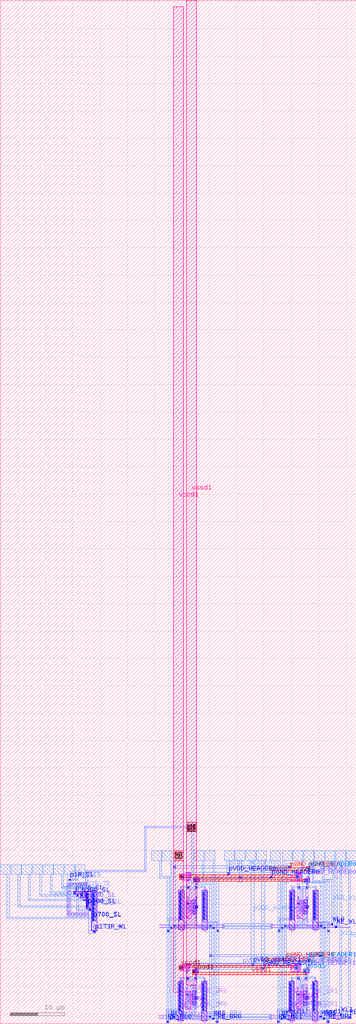
<source format=lef>
VERSION 5.7 ;
  NOWIREEXTENSIONATPIN ON ;
  DIVIDERCHAR "/" ;
  BUSBITCHARS "[]" ;
MACRO rram_test
  CLASS BLOCK ;
  FOREIGN rram_test ;
  ORIGIN 18.240 21.705 ;
  SIZE 65.120 BY 186.955 ;
  PIN p1T1R_WL
    ANTENNAGATEAREA 1.704000 ;
    PORT
      LAYER li1 ;
        RECT -4.520 1.505 -3.960 1.790 ;
        RECT -3.305 0.740 -2.745 1.025 ;
        RECT -2.255 -1.095 -1.695 -0.810 ;
        RECT -1.205 -5.105 -0.850 -4.820 ;
      LAYER mcon ;
        RECT -4.185 1.555 -4.015 1.725 ;
        RECT -2.970 0.790 -2.800 0.960 ;
        RECT -1.920 -1.045 -1.750 -0.875 ;
        RECT -1.115 -5.025 -0.945 -4.855 ;
      LAYER met1 ;
        RECT -4.320 1.025 -3.885 1.790 ;
        RECT -4.320 0.740 -2.670 1.025 ;
        RECT -4.320 -0.810 -3.885 0.740 ;
        RECT -4.320 -1.055 -1.620 -0.810 ;
        RECT -2.055 -4.655 -1.620 -1.055 ;
        RECT -2.055 -5.225 -0.695 -4.655 ;
      LAYER via ;
        RECT -4.235 1.530 -3.975 1.790 ;
        RECT -3.020 0.765 -2.760 1.025 ;
        RECT -1.970 -1.070 -1.710 -0.810 ;
        RECT -1.165 -5.065 -0.905 -4.805 ;
      LAYER met2 ;
        RECT -12.375 5.570 -10.560 7.350 ;
        RECT -11.010 1.790 -10.705 5.570 ;
        RECT -11.010 1.530 -3.885 1.790 ;
        RECT -3.105 0.765 -2.670 1.025 ;
        RECT -2.055 -1.070 -1.620 -0.810 ;
        RECT -1.350 -5.230 -0.690 -4.655 ;
    END
  END p1T1R_WL
  PIN p036_SL
    ANTENNADIFFAREA 0.108000 ;
    PORT
      LAYER li1 ;
        RECT -4.690 2.020 -4.520 2.350 ;
      LAYER mcon ;
        RECT -4.690 2.100 -4.520 2.270 ;
      LAYER met1 ;
        RECT -4.735 2.035 -4.415 2.355 ;
      LAYER via ;
        RECT -4.705 2.065 -4.445 2.325 ;
      LAYER met2 ;
        RECT -10.420 5.570 -8.605 7.350 ;
        RECT -9.110 2.355 -8.810 5.570 ;
        RECT -9.110 2.035 -4.415 2.355 ;
    END
  END p036_SL
  PIN p700_SL
    ANTENNADIFFAREA 2.100000 ;
    PORT
      LAYER li1 ;
        RECT -1.385 -3.000 -1.215 2.350 ;
      LAYER mcon ;
        RECT -1.385 1.965 -1.215 2.135 ;
        RECT -1.385 1.605 -1.215 1.775 ;
        RECT -1.385 1.245 -1.215 1.415 ;
        RECT -1.385 0.885 -1.215 1.055 ;
        RECT -1.385 0.525 -1.215 0.695 ;
        RECT -1.385 0.165 -1.215 0.335 ;
        RECT -1.385 -0.195 -1.215 -0.025 ;
        RECT -1.385 -0.555 -1.215 -0.385 ;
        RECT -1.385 -0.915 -1.215 -0.745 ;
        RECT -1.385 -1.275 -1.215 -1.105 ;
        RECT -1.385 -1.635 -1.215 -1.465 ;
        RECT -1.385 -1.995 -1.215 -1.825 ;
        RECT -1.385 -2.355 -1.215 -2.185 ;
        RECT -1.385 -2.715 -1.215 -2.545 ;
      LAYER met1 ;
        RECT -1.430 -3.000 -1.110 2.355 ;
      LAYER via ;
        RECT -1.400 1.890 -1.140 2.150 ;
        RECT -1.400 1.570 -1.140 1.830 ;
        RECT -1.400 1.250 -1.140 1.510 ;
        RECT -1.400 0.930 -1.140 1.190 ;
        RECT -1.400 0.610 -1.140 0.870 ;
        RECT -1.400 0.290 -1.140 0.550 ;
        RECT -1.400 -0.030 -1.140 0.230 ;
        RECT -1.400 -0.350 -1.140 -0.090 ;
        RECT -1.400 -0.670 -1.140 -0.410 ;
        RECT -1.400 -0.990 -1.140 -0.730 ;
        RECT -1.400 -1.310 -1.140 -1.050 ;
        RECT -1.400 -1.630 -1.140 -1.370 ;
        RECT -1.400 -1.950 -1.140 -1.690 ;
        RECT -1.400 -2.270 -1.140 -2.010 ;
        RECT -1.400 -2.590 -1.140 -2.330 ;
        RECT -1.400 -2.910 -1.140 -2.650 ;
      LAYER met2 ;
        RECT -18.240 5.570 -16.425 7.350 ;
        RECT -17.045 -2.310 -16.570 5.570 ;
        RECT -1.430 -2.310 -1.110 2.355 ;
        RECT -17.045 -2.600 -1.110 -2.310 ;
        RECT -1.430 -2.995 -1.110 -2.600 ;
    END
  END p700_SL
  PIN p300_SL
    ANTENNADIFFAREA 0.900000 ;
    PORT
      LAYER li1 ;
        RECT -2.420 -0.635 -2.250 2.350 ;
      LAYER mcon ;
        RECT -2.420 1.800 -2.250 1.970 ;
        RECT -2.420 1.440 -2.250 1.610 ;
        RECT -2.420 1.080 -2.250 1.250 ;
        RECT -2.420 0.720 -2.250 0.890 ;
        RECT -2.420 0.360 -2.250 0.530 ;
        RECT -2.420 0.000 -2.250 0.170 ;
        RECT -2.420 -0.360 -2.250 -0.190 ;
      LAYER met1 ;
        RECT -2.465 -0.635 -2.145 2.355 ;
      LAYER via ;
        RECT -2.435 1.810 -2.175 2.070 ;
        RECT -2.435 1.490 -2.175 1.750 ;
        RECT -2.435 1.170 -2.175 1.430 ;
        RECT -2.435 0.850 -2.175 1.110 ;
        RECT -2.435 0.530 -2.175 0.790 ;
        RECT -2.435 0.210 -2.175 0.470 ;
        RECT -2.435 -0.110 -2.175 0.150 ;
        RECT -2.435 -0.430 -2.175 -0.170 ;
      LAYER met2 ;
        RECT -16.285 5.570 -14.470 7.350 ;
        RECT -15.090 -0.175 -14.615 5.570 ;
        RECT -2.465 -0.175 -2.145 2.355 ;
        RECT -15.090 -0.435 -2.145 -0.175 ;
        RECT -2.465 -0.565 -2.145 -0.435 ;
    END
  END p300_SL
  PIN p100_SL
    ANTENNADIFFAREA 0.300000 ;
    PORT
      LAYER li1 ;
        RECT -3.475 1.400 -3.305 2.350 ;
      LAYER mcon ;
        RECT -3.475 1.980 -3.305 2.150 ;
        RECT -3.475 1.620 -3.305 1.790 ;
      LAYER met1 ;
        RECT -3.520 1.395 -3.200 2.355 ;
      LAYER via ;
        RECT -3.490 1.915 -3.230 2.175 ;
        RECT -3.490 1.595 -3.230 1.855 ;
      LAYER met2 ;
        RECT -14.330 5.570 -12.515 7.350 ;
        RECT -13.135 1.025 -12.760 5.570 ;
        RECT -3.520 1.360 -3.200 2.355 ;
        RECT -3.725 1.165 -3.200 1.360 ;
        RECT -3.725 1.025 -3.315 1.165 ;
        RECT -13.135 0.765 -3.520 1.025 ;
    END
  END p100_SL
  PIN RE_BR0
    ANTENNADIFFAREA 4.200000 ;
    PORT
      LAYER li1 ;
        RECT 18.825 -2.820 18.995 2.530 ;
        RECT 18.725 -19.420 18.895 -14.070 ;
      LAYER mcon ;
        RECT 18.825 2.145 18.995 2.315 ;
        RECT 18.825 1.785 18.995 1.955 ;
        RECT 18.825 1.425 18.995 1.595 ;
        RECT 18.825 1.065 18.995 1.235 ;
        RECT 18.825 0.705 18.995 0.875 ;
        RECT 18.825 0.345 18.995 0.515 ;
        RECT 18.825 -0.015 18.995 0.155 ;
        RECT 18.825 -0.375 18.995 -0.205 ;
        RECT 18.825 -0.735 18.995 -0.565 ;
        RECT 18.825 -1.095 18.995 -0.925 ;
        RECT 18.825 -1.455 18.995 -1.285 ;
        RECT 18.825 -1.815 18.995 -1.645 ;
        RECT 18.825 -2.175 18.995 -2.005 ;
        RECT 18.825 -2.535 18.995 -2.365 ;
        RECT 18.725 -14.455 18.895 -14.285 ;
        RECT 18.725 -14.815 18.895 -14.645 ;
        RECT 18.725 -15.175 18.895 -15.005 ;
        RECT 18.725 -15.535 18.895 -15.365 ;
        RECT 18.725 -15.895 18.895 -15.725 ;
        RECT 18.725 -16.255 18.895 -16.085 ;
        RECT 18.725 -16.615 18.895 -16.445 ;
        RECT 18.725 -16.975 18.895 -16.805 ;
        RECT 18.725 -17.335 18.895 -17.165 ;
        RECT 18.725 -17.695 18.895 -17.525 ;
        RECT 18.725 -18.055 18.895 -17.885 ;
        RECT 18.725 -18.415 18.895 -18.245 ;
        RECT 18.725 -18.775 18.895 -18.605 ;
        RECT 18.725 -19.135 18.895 -18.965 ;
      LAYER met1 ;
        RECT 18.780 -3.080 19.100 2.535 ;
        RECT 18.780 -3.285 21.695 -3.080 ;
        RECT 21.415 -4.970 21.695 -3.285 ;
        RECT 18.680 -19.680 19.000 -14.065 ;
        RECT 18.680 -19.885 21.595 -19.680 ;
        RECT 21.315 -21.570 21.595 -19.885 ;
      LAYER via ;
        RECT 18.810 2.070 19.070 2.330 ;
        RECT 18.810 1.750 19.070 2.010 ;
        RECT 18.810 1.430 19.070 1.690 ;
        RECT 18.810 1.110 19.070 1.370 ;
        RECT 18.810 0.790 19.070 1.050 ;
        RECT 18.810 0.470 19.070 0.730 ;
        RECT 18.810 0.150 19.070 0.410 ;
        RECT 18.810 -0.170 19.070 0.090 ;
        RECT 18.810 -0.490 19.070 -0.230 ;
        RECT 18.810 -0.810 19.070 -0.550 ;
        RECT 18.810 -1.130 19.070 -0.870 ;
        RECT 18.810 -1.450 19.070 -1.190 ;
        RECT 18.810 -1.770 19.070 -1.510 ;
        RECT 18.810 -2.090 19.070 -1.830 ;
        RECT 18.810 -2.410 19.070 -2.150 ;
        RECT 18.810 -2.730 19.070 -2.470 ;
        RECT 21.420 -4.910 21.680 -4.650 ;
        RECT 18.710 -14.530 18.970 -14.270 ;
        RECT 18.710 -14.850 18.970 -14.590 ;
        RECT 18.710 -15.170 18.970 -14.910 ;
        RECT 18.710 -15.490 18.970 -15.230 ;
        RECT 18.710 -15.810 18.970 -15.550 ;
        RECT 18.710 -16.130 18.970 -15.870 ;
        RECT 18.710 -16.450 18.970 -16.190 ;
        RECT 18.710 -16.770 18.970 -16.510 ;
        RECT 18.710 -17.090 18.970 -16.830 ;
        RECT 18.710 -17.410 18.970 -17.150 ;
        RECT 18.710 -17.730 18.970 -17.470 ;
        RECT 18.710 -18.050 18.970 -17.790 ;
        RECT 18.710 -18.370 18.970 -18.110 ;
        RECT 18.710 -18.690 18.970 -18.430 ;
        RECT 18.710 -19.010 18.970 -18.750 ;
        RECT 18.710 -19.330 18.970 -19.070 ;
        RECT 21.320 -21.510 21.580 -21.250 ;
      LAYER met2 ;
        RECT 19.175 8.070 20.990 9.850 ;
        RECT 20.660 5.220 20.990 8.070 ;
        RECT 20.660 4.990 21.700 5.220 ;
        RECT 18.780 -2.815 19.100 2.535 ;
        RECT 21.195 -4.580 21.700 4.990 ;
        RECT 18.680 -19.415 19.000 -14.065 ;
        RECT 21.190 -14.970 21.695 -4.580 ;
        RECT 21.185 -16.000 21.695 -14.970 ;
        RECT 21.190 -21.180 21.695 -16.000 ;
        RECT 21.090 -21.570 21.695 -21.180 ;
    END
  END RE_BR0
  PIN BL0
    ANTENNADIFFAREA 0.244800 ;
    PORT
      LAYER li1 ;
        RECT 16.165 0.530 17.505 0.780 ;
        RECT 16.065 -16.070 17.405 -15.820 ;
      LAYER mcon ;
        RECT 16.475 0.570 16.645 0.740 ;
        RECT 16.375 -16.030 16.545 -15.860 ;
      LAYER met1 ;
        RECT 15.855 2.845 16.695 3.405 ;
        RECT 16.435 0.780 16.695 2.845 ;
        RECT 16.415 0.510 16.705 0.780 ;
        RECT 12.885 -4.200 13.160 -3.980 ;
        RECT 16.435 -4.200 16.695 0.510 ;
        RECT 12.885 -4.405 16.695 -4.200 ;
        RECT 15.755 -13.755 16.595 -13.195 ;
        RECT 16.335 -15.820 16.595 -13.755 ;
        RECT 16.315 -16.090 16.605 -15.820 ;
        RECT 12.785 -20.800 13.060 -20.580 ;
        RECT 16.335 -20.800 16.595 -16.090 ;
        RECT 12.785 -21.005 16.595 -20.800 ;
      LAYER via ;
        RECT 16.015 3.000 16.275 3.260 ;
        RECT 12.890 -4.350 13.150 -4.090 ;
        RECT 15.915 -13.600 16.175 -13.340 ;
        RECT 12.790 -20.950 13.050 -20.690 ;
      LAYER met2 ;
        RECT 11.355 8.070 13.170 9.850 ;
        RECT 12.880 -20.575 13.170 8.070 ;
        RECT 15.855 3.400 16.425 3.410 ;
        RECT 15.030 3.120 16.425 3.400 ;
        RECT 15.855 2.835 16.425 3.120 ;
        RECT 15.755 -13.200 16.325 -13.190 ;
        RECT 14.930 -13.480 16.325 -13.200 ;
        RECT 15.755 -13.765 16.325 -13.480 ;
        RECT 12.780 -21.000 13.170 -20.575 ;
    END
  END BL0
  PIN RE_BL0
    ANTENNADIFFAREA 4.200000 ;
    PORT
      LAYER li1 ;
        RECT 14.550 -2.820 14.720 2.530 ;
        RECT 14.450 -19.420 14.620 -14.070 ;
      LAYER mcon ;
        RECT 14.550 2.145 14.720 2.315 ;
        RECT 14.550 1.785 14.720 1.955 ;
        RECT 14.550 1.425 14.720 1.595 ;
        RECT 14.550 1.065 14.720 1.235 ;
        RECT 14.550 0.705 14.720 0.875 ;
        RECT 14.550 0.345 14.720 0.515 ;
        RECT 14.550 -0.015 14.720 0.155 ;
        RECT 14.550 -0.375 14.720 -0.205 ;
        RECT 14.550 -0.735 14.720 -0.565 ;
        RECT 14.550 -1.095 14.720 -0.925 ;
        RECT 14.550 -1.455 14.720 -1.285 ;
        RECT 14.550 -1.815 14.720 -1.645 ;
        RECT 14.550 -2.175 14.720 -2.005 ;
        RECT 14.550 -2.535 14.720 -2.365 ;
        RECT 14.450 -14.455 14.620 -14.285 ;
        RECT 14.450 -14.815 14.620 -14.645 ;
        RECT 14.450 -15.175 14.620 -15.005 ;
        RECT 14.450 -15.535 14.620 -15.365 ;
        RECT 14.450 -15.895 14.620 -15.725 ;
        RECT 14.450 -16.255 14.620 -16.085 ;
        RECT 14.450 -16.615 14.620 -16.445 ;
        RECT 14.450 -16.975 14.620 -16.805 ;
        RECT 14.450 -17.335 14.620 -17.165 ;
        RECT 14.450 -17.695 14.620 -17.525 ;
        RECT 14.450 -18.055 14.620 -17.885 ;
        RECT 14.450 -18.415 14.620 -18.245 ;
        RECT 14.450 -18.775 14.620 -18.605 ;
        RECT 14.450 -19.135 14.620 -18.965 ;
      LAYER met1 ;
        RECT 14.505 -2.465 14.825 2.535 ;
        RECT 12.245 -2.780 14.825 -2.465 ;
        RECT 12.245 -4.925 12.610 -2.780 ;
        RECT 14.505 -2.820 14.825 -2.780 ;
        RECT 14.405 -19.065 14.725 -14.065 ;
        RECT 12.145 -19.380 14.725 -19.065 ;
        RECT 12.145 -21.525 12.510 -19.380 ;
        RECT 14.405 -19.420 14.725 -19.380 ;
      LAYER via ;
        RECT 14.535 2.070 14.795 2.330 ;
        RECT 14.535 1.750 14.795 2.010 ;
        RECT 14.535 1.430 14.795 1.690 ;
        RECT 14.535 1.110 14.795 1.370 ;
        RECT 14.535 0.790 14.795 1.050 ;
        RECT 14.535 0.470 14.795 0.730 ;
        RECT 14.535 0.150 14.795 0.410 ;
        RECT 14.535 -0.170 14.795 0.090 ;
        RECT 14.535 -0.490 14.795 -0.230 ;
        RECT 14.535 -0.810 14.795 -0.550 ;
        RECT 14.535 -1.130 14.795 -0.870 ;
        RECT 14.535 -1.450 14.795 -1.190 ;
        RECT 14.535 -1.770 14.795 -1.510 ;
        RECT 14.535 -2.090 14.795 -1.830 ;
        RECT 14.535 -2.410 14.795 -2.150 ;
        RECT 14.535 -2.730 14.795 -2.470 ;
        RECT 12.315 -4.910 12.575 -4.650 ;
        RECT 14.435 -14.530 14.695 -14.270 ;
        RECT 14.435 -14.850 14.695 -14.590 ;
        RECT 14.435 -15.170 14.695 -14.910 ;
        RECT 14.435 -15.490 14.695 -15.230 ;
        RECT 14.435 -15.810 14.695 -15.550 ;
        RECT 14.435 -16.130 14.695 -15.870 ;
        RECT 14.435 -16.450 14.695 -16.190 ;
        RECT 14.435 -16.770 14.695 -16.510 ;
        RECT 14.435 -17.090 14.695 -16.830 ;
        RECT 14.435 -17.410 14.695 -17.150 ;
        RECT 14.435 -17.730 14.695 -17.470 ;
        RECT 14.435 -18.050 14.695 -17.790 ;
        RECT 14.435 -18.370 14.695 -18.110 ;
        RECT 14.435 -18.690 14.695 -18.430 ;
        RECT 14.435 -19.010 14.695 -18.750 ;
        RECT 14.435 -19.330 14.695 -19.070 ;
        RECT 12.215 -21.510 12.475 -21.250 ;
      LAYER met2 ;
        RECT 9.400 8.070 11.215 9.850 ;
        RECT 10.900 5.220 11.215 8.070 ;
        RECT 10.900 4.865 12.740 5.220 ;
        RECT 12.235 -4.970 12.740 4.865 ;
        RECT 14.505 -2.815 14.825 2.535 ;
        RECT 12.235 -14.970 12.640 -4.970 ;
        RECT 12.235 -16.000 12.740 -14.970 ;
        RECT 12.235 -21.180 12.640 -16.000 ;
        RECT 14.405 -19.415 14.725 -14.065 ;
        RECT 12.135 -21.570 12.740 -21.180 ;
    END
  END RE_BL0
  PIN BR0
    ANTENNADIFFAREA 0.244800 ;
    PORT
      LAYER li1 ;
        RECT 16.165 -1.620 17.505 -1.370 ;
        RECT 16.065 -18.220 17.405 -17.970 ;
      LAYER mcon ;
        RECT 17.015 -1.580 17.185 -1.410 ;
        RECT 16.915 -18.180 17.085 -18.010 ;
      LAYER met1 ;
        RECT 16.955 2.840 17.845 3.420 ;
        RECT 16.955 0.780 17.245 2.840 ;
        RECT 16.965 -1.350 17.225 0.780 ;
        RECT 16.955 -1.620 17.245 -1.350 ;
        RECT 16.965 -4.200 17.225 -1.620 ;
        RECT 20.660 -4.200 20.935 -3.980 ;
        RECT 16.965 -4.405 20.935 -4.200 ;
        RECT 16.965 -4.410 17.225 -4.405 ;
        RECT 16.855 -13.760 17.745 -13.180 ;
        RECT 16.855 -15.820 17.145 -13.760 ;
        RECT 16.865 -17.950 17.125 -15.820 ;
        RECT 16.855 -18.220 17.145 -17.950 ;
        RECT 16.865 -20.800 17.125 -18.220 ;
        RECT 20.560 -20.800 20.835 -20.580 ;
        RECT 16.865 -21.005 20.835 -20.800 ;
        RECT 16.865 -21.010 17.125 -21.005 ;
      LAYER via ;
        RECT 17.425 2.990 17.685 3.250 ;
        RECT 20.665 -4.350 20.925 -4.090 ;
        RECT 17.325 -13.610 17.585 -13.350 ;
        RECT 20.565 -20.950 20.825 -20.690 ;
      LAYER met2 ;
        RECT 17.220 8.070 19.035 9.850 ;
        RECT 18.725 4.700 19.035 8.070 ;
        RECT 18.725 4.515 20.945 4.700 ;
        RECT 17.250 3.150 18.985 3.420 ;
        RECT 17.250 2.845 17.840 3.150 ;
        RECT 17.150 -13.450 18.885 -13.180 ;
        RECT 17.150 -13.755 17.740 -13.450 ;
        RECT 20.655 -20.575 20.945 4.515 ;
        RECT 20.555 -21.000 20.945 -20.575 ;
    END
  END BR0
  PIN p1T1R_TE
    PORT
      LAYER met2 ;
        RECT -8.465 5.570 -6.650 7.350 ;
        RECT -7.065 3.245 -6.650 5.570 ;
        RECT -7.065 3.240 -0.860 3.245 ;
        RECT -7.065 2.920 -4.530 3.240 ;
        RECT -4.210 2.920 -3.315 3.240 ;
        RECT -2.995 2.920 -2.260 3.240 ;
        RECT -1.940 2.920 -1.225 3.240 ;
        RECT -0.905 2.920 -0.860 3.240 ;
        RECT -7.065 2.900 -0.860 2.920 ;
    END
  END p1T1R_TE
  PIN p1R_SL
    PORT
      LAYER met1 ;
        RECT -5.710 4.435 -4.410 4.695 ;
      LAYER via ;
        RECT -5.670 4.435 -5.410 4.695 ;
      LAYER met2 ;
        RECT -6.510 5.570 -4.695 7.350 ;
        RECT -6.000 4.300 -5.055 5.570 ;
    END
  END p1R_SL
  PIN p1R_TE
    PORT
      LAYER met2 ;
        RECT -4.555 5.570 -2.740 7.350 ;
        RECT -4.555 4.725 -4.000 5.570 ;
        RECT -4.410 4.405 -4.000 4.725 ;
    END
  END p1R_TE
  PIN BR1
    ANTENNADIFFAREA 0.244800 ;
    PORT
      LAYER li1 ;
        RECT 36.415 -1.620 37.755 -1.370 ;
        RECT 36.315 -18.220 37.655 -17.970 ;
      LAYER mcon ;
        RECT 37.265 -1.580 37.435 -1.410 ;
        RECT 37.165 -18.180 37.335 -18.010 ;
      LAYER met1 ;
        RECT 37.205 2.840 38.095 3.420 ;
        RECT 37.205 0.780 37.495 2.840 ;
        RECT 37.215 -1.350 37.475 0.780 ;
        RECT 37.205 -1.620 37.495 -1.350 ;
        RECT 37.215 -4.200 37.475 -1.620 ;
        RECT 40.910 -4.200 41.185 -3.980 ;
        RECT 37.215 -4.405 41.185 -4.200 ;
        RECT 37.215 -4.410 37.475 -4.405 ;
        RECT 37.105 -13.760 37.995 -13.180 ;
        RECT 37.105 -15.820 37.395 -13.760 ;
        RECT 37.115 -17.950 37.375 -15.820 ;
        RECT 37.105 -18.220 37.395 -17.950 ;
        RECT 37.115 -20.800 37.375 -18.220 ;
        RECT 40.810 -20.800 41.085 -20.580 ;
        RECT 37.115 -21.005 41.085 -20.800 ;
        RECT 37.115 -21.010 37.375 -21.005 ;
      LAYER via ;
        RECT 37.675 2.990 37.935 3.250 ;
        RECT 40.915 -4.350 41.175 -4.090 ;
        RECT 37.575 -13.610 37.835 -13.350 ;
        RECT 40.815 -20.950 41.075 -20.690 ;
      LAYER met2 ;
        RECT 35.290 8.070 37.105 9.850 ;
        RECT 36.890 4.070 37.105 8.070 ;
        RECT 36.890 3.925 41.190 4.070 ;
        RECT 37.500 3.150 39.235 3.420 ;
        RECT 37.500 2.845 38.090 3.150 ;
        RECT 40.900 -3.975 41.190 3.925 ;
        RECT 37.400 -13.450 39.135 -13.180 ;
        RECT 37.400 -13.755 37.990 -13.450 ;
        RECT 40.905 -20.575 41.195 -3.975 ;
        RECT 40.805 -21.000 41.195 -20.575 ;
    END
  END BR1
  PIN RE_BR1
    ANTENNADIFFAREA 4.200000 ;
    PORT
      LAYER li1 ;
        RECT 39.075 -2.820 39.245 2.530 ;
        RECT 38.975 -19.420 39.145 -14.070 ;
      LAYER mcon ;
        RECT 39.075 2.145 39.245 2.315 ;
        RECT 39.075 1.785 39.245 1.955 ;
        RECT 39.075 1.425 39.245 1.595 ;
        RECT 39.075 1.065 39.245 1.235 ;
        RECT 39.075 0.705 39.245 0.875 ;
        RECT 39.075 0.345 39.245 0.515 ;
        RECT 39.075 -0.015 39.245 0.155 ;
        RECT 39.075 -0.375 39.245 -0.205 ;
        RECT 39.075 -0.735 39.245 -0.565 ;
        RECT 39.075 -1.095 39.245 -0.925 ;
        RECT 39.075 -1.455 39.245 -1.285 ;
        RECT 39.075 -1.815 39.245 -1.645 ;
        RECT 39.075 -2.175 39.245 -2.005 ;
        RECT 39.075 -2.535 39.245 -2.365 ;
        RECT 38.975 -14.455 39.145 -14.285 ;
        RECT 38.975 -14.815 39.145 -14.645 ;
        RECT 38.975 -15.175 39.145 -15.005 ;
        RECT 38.975 -15.535 39.145 -15.365 ;
        RECT 38.975 -15.895 39.145 -15.725 ;
        RECT 38.975 -16.255 39.145 -16.085 ;
        RECT 38.975 -16.615 39.145 -16.445 ;
        RECT 38.975 -16.975 39.145 -16.805 ;
        RECT 38.975 -17.335 39.145 -17.165 ;
        RECT 38.975 -17.695 39.145 -17.525 ;
        RECT 38.975 -18.055 39.145 -17.885 ;
        RECT 38.975 -18.415 39.145 -18.245 ;
        RECT 38.975 -18.775 39.145 -18.605 ;
        RECT 38.975 -19.135 39.145 -18.965 ;
      LAYER met1 ;
        RECT 39.030 -3.080 39.350 2.535 ;
        RECT 39.030 -3.285 41.945 -3.080 ;
        RECT 41.665 -4.970 41.945 -3.285 ;
        RECT 38.930 -19.680 39.250 -14.065 ;
        RECT 38.930 -19.885 41.845 -19.680 ;
        RECT 41.565 -21.570 41.845 -19.885 ;
      LAYER via ;
        RECT 39.060 2.070 39.320 2.330 ;
        RECT 39.060 1.750 39.320 2.010 ;
        RECT 39.060 1.430 39.320 1.690 ;
        RECT 39.060 1.110 39.320 1.370 ;
        RECT 39.060 0.790 39.320 1.050 ;
        RECT 39.060 0.470 39.320 0.730 ;
        RECT 39.060 0.150 39.320 0.410 ;
        RECT 39.060 -0.170 39.320 0.090 ;
        RECT 39.060 -0.490 39.320 -0.230 ;
        RECT 39.060 -0.810 39.320 -0.550 ;
        RECT 39.060 -1.130 39.320 -0.870 ;
        RECT 39.060 -1.450 39.320 -1.190 ;
        RECT 39.060 -1.770 39.320 -1.510 ;
        RECT 39.060 -2.090 39.320 -1.830 ;
        RECT 39.060 -2.410 39.320 -2.150 ;
        RECT 39.060 -2.730 39.320 -2.470 ;
        RECT 41.670 -4.910 41.930 -4.650 ;
        RECT 38.960 -14.530 39.220 -14.270 ;
        RECT 38.960 -14.850 39.220 -14.590 ;
        RECT 38.960 -15.170 39.220 -14.910 ;
        RECT 38.960 -15.490 39.220 -15.230 ;
        RECT 38.960 -15.810 39.220 -15.550 ;
        RECT 38.960 -16.130 39.220 -15.870 ;
        RECT 38.960 -16.450 39.220 -16.190 ;
        RECT 38.960 -16.770 39.220 -16.510 ;
        RECT 38.960 -17.090 39.220 -16.830 ;
        RECT 38.960 -17.410 39.220 -17.150 ;
        RECT 38.960 -17.730 39.220 -17.470 ;
        RECT 38.960 -18.050 39.220 -17.790 ;
        RECT 38.960 -18.370 39.220 -18.110 ;
        RECT 38.960 -18.690 39.220 -18.430 ;
        RECT 38.960 -19.010 39.220 -18.750 ;
        RECT 38.960 -19.330 39.220 -19.070 ;
        RECT 41.570 -21.510 41.830 -21.250 ;
      LAYER met2 ;
        RECT 37.245 8.070 39.060 9.850 ;
        RECT 38.795 4.395 39.060 8.070 ;
        RECT 38.795 4.210 41.945 4.395 ;
        RECT 39.030 -2.815 39.350 2.535 ;
        RECT 38.930 -19.415 39.250 -14.065 ;
        RECT 41.440 -14.970 41.945 4.210 ;
        RECT 41.435 -16.000 41.945 -14.970 ;
        RECT 41.440 -21.180 41.945 -16.000 ;
        RECT 41.340 -21.570 41.945 -21.180 ;
    END
  END RE_BR1
  PIN BL1
    ANTENNADIFFAREA 0.244800 ;
    PORT
      LAYER li1 ;
        RECT 36.415 0.530 37.755 0.780 ;
        RECT 36.315 -16.070 37.655 -15.820 ;
      LAYER mcon ;
        RECT 36.725 0.570 36.895 0.740 ;
        RECT 36.625 -16.030 36.795 -15.860 ;
      LAYER met1 ;
        RECT 36.105 2.845 36.945 3.405 ;
        RECT 36.685 0.780 36.945 2.845 ;
        RECT 36.665 0.510 36.955 0.780 ;
        RECT 33.135 -4.200 33.410 -3.980 ;
        RECT 36.685 -4.200 36.945 0.510 ;
        RECT 33.135 -4.405 36.945 -4.200 ;
        RECT 36.005 -13.755 36.845 -13.195 ;
        RECT 36.585 -15.820 36.845 -13.755 ;
        RECT 36.565 -16.090 36.855 -15.820 ;
        RECT 33.035 -20.800 33.310 -20.580 ;
        RECT 36.585 -20.800 36.845 -16.090 ;
        RECT 33.035 -21.005 36.845 -20.800 ;
      LAYER via ;
        RECT 36.265 3.000 36.525 3.260 ;
        RECT 33.140 -4.350 33.400 -4.090 ;
        RECT 36.165 -13.600 36.425 -13.340 ;
        RECT 33.040 -20.950 33.300 -20.690 ;
      LAYER met2 ;
        RECT 33.335 8.070 35.150 9.850 ;
        RECT 33.335 5.220 33.735 8.070 ;
        RECT 33.125 5.055 33.735 5.220 ;
        RECT 33.125 -3.975 33.415 5.055 ;
        RECT 36.105 3.400 36.675 3.410 ;
        RECT 35.280 3.120 36.675 3.400 ;
        RECT 36.105 2.835 36.675 3.120 ;
        RECT 33.130 -20.575 33.420 -3.975 ;
        RECT 36.005 -13.200 36.575 -13.190 ;
        RECT 35.180 -13.480 36.575 -13.200 ;
        RECT 36.005 -13.765 36.575 -13.480 ;
        RECT 33.030 -21.000 33.420 -20.575 ;
    END
  END BL1
  PIN RE_BL1
    ANTENNADIFFAREA 4.200000 ;
    PORT
      LAYER li1 ;
        RECT 34.800 -2.820 34.970 2.530 ;
        RECT 34.700 -19.420 34.870 -14.070 ;
      LAYER mcon ;
        RECT 34.800 2.145 34.970 2.315 ;
        RECT 34.800 1.785 34.970 1.955 ;
        RECT 34.800 1.425 34.970 1.595 ;
        RECT 34.800 1.065 34.970 1.235 ;
        RECT 34.800 0.705 34.970 0.875 ;
        RECT 34.800 0.345 34.970 0.515 ;
        RECT 34.800 -0.015 34.970 0.155 ;
        RECT 34.800 -0.375 34.970 -0.205 ;
        RECT 34.800 -0.735 34.970 -0.565 ;
        RECT 34.800 -1.095 34.970 -0.925 ;
        RECT 34.800 -1.455 34.970 -1.285 ;
        RECT 34.800 -1.815 34.970 -1.645 ;
        RECT 34.800 -2.175 34.970 -2.005 ;
        RECT 34.800 -2.535 34.970 -2.365 ;
        RECT 34.700 -14.455 34.870 -14.285 ;
        RECT 34.700 -14.815 34.870 -14.645 ;
        RECT 34.700 -15.175 34.870 -15.005 ;
        RECT 34.700 -15.535 34.870 -15.365 ;
        RECT 34.700 -15.895 34.870 -15.725 ;
        RECT 34.700 -16.255 34.870 -16.085 ;
        RECT 34.700 -16.615 34.870 -16.445 ;
        RECT 34.700 -16.975 34.870 -16.805 ;
        RECT 34.700 -17.335 34.870 -17.165 ;
        RECT 34.700 -17.695 34.870 -17.525 ;
        RECT 34.700 -18.055 34.870 -17.885 ;
        RECT 34.700 -18.415 34.870 -18.245 ;
        RECT 34.700 -18.775 34.870 -18.605 ;
        RECT 34.700 -19.135 34.870 -18.965 ;
      LAYER met1 ;
        RECT 34.755 -2.465 35.075 2.535 ;
        RECT 32.495 -2.780 35.075 -2.465 ;
        RECT 32.495 -4.925 32.860 -2.780 ;
        RECT 34.755 -2.820 35.075 -2.780 ;
        RECT 34.655 -19.065 34.975 -14.065 ;
        RECT 32.395 -19.380 34.975 -19.065 ;
        RECT 32.395 -21.525 32.760 -19.380 ;
        RECT 34.655 -19.420 34.975 -19.380 ;
      LAYER via ;
        RECT 34.785 2.070 35.045 2.330 ;
        RECT 34.785 1.750 35.045 2.010 ;
        RECT 34.785 1.430 35.045 1.690 ;
        RECT 34.785 1.110 35.045 1.370 ;
        RECT 34.785 0.790 35.045 1.050 ;
        RECT 34.785 0.470 35.045 0.730 ;
        RECT 34.785 0.150 35.045 0.410 ;
        RECT 34.785 -0.170 35.045 0.090 ;
        RECT 34.785 -0.490 35.045 -0.230 ;
        RECT 34.785 -0.810 35.045 -0.550 ;
        RECT 34.785 -1.130 35.045 -0.870 ;
        RECT 34.785 -1.450 35.045 -1.190 ;
        RECT 34.785 -1.770 35.045 -1.510 ;
        RECT 34.785 -2.090 35.045 -1.830 ;
        RECT 34.785 -2.410 35.045 -2.150 ;
        RECT 34.785 -2.730 35.045 -2.470 ;
        RECT 32.565 -4.910 32.825 -4.650 ;
        RECT 34.685 -14.530 34.945 -14.270 ;
        RECT 34.685 -14.850 34.945 -14.590 ;
        RECT 34.685 -15.170 34.945 -14.910 ;
        RECT 34.685 -15.490 34.945 -15.230 ;
        RECT 34.685 -15.810 34.945 -15.550 ;
        RECT 34.685 -16.130 34.945 -15.870 ;
        RECT 34.685 -16.450 34.945 -16.190 ;
        RECT 34.685 -16.770 34.945 -16.510 ;
        RECT 34.685 -17.090 34.945 -16.830 ;
        RECT 34.685 -17.410 34.945 -17.150 ;
        RECT 34.685 -17.730 34.945 -17.470 ;
        RECT 34.685 -18.050 34.945 -17.790 ;
        RECT 34.685 -18.370 34.945 -18.110 ;
        RECT 34.685 -18.690 34.945 -18.430 ;
        RECT 34.685 -19.010 34.945 -18.750 ;
        RECT 34.685 -19.330 34.945 -19.070 ;
        RECT 32.465 -21.510 32.725 -21.250 ;
      LAYER met2 ;
        RECT 31.180 8.070 32.995 9.850 ;
        RECT 32.480 -4.580 32.985 8.070 ;
        RECT 34.755 -2.815 35.075 2.535 ;
        RECT 32.485 -4.970 32.990 -4.580 ;
        RECT 32.485 -14.970 32.890 -4.970 ;
        RECT 32.485 -16.000 32.990 -14.970 ;
        RECT 32.485 -21.180 32.890 -16.000 ;
        RECT 34.655 -19.415 34.975 -14.065 ;
        RECT 32.385 -21.570 32.990 -21.180 ;
    END
  END RE_BL1
  PIN RE_WL1
    ANTENNAGATEAREA 4.200000 ;
    PORT
      LAYER li1 ;
        RECT 45.380 -20.675 45.780 -20.385 ;
        RECT 10.750 -20.845 22.820 -20.675 ;
        RECT 31.000 -20.845 45.780 -20.675 ;
        RECT 14.630 -21.525 14.985 -20.845 ;
        RECT 18.905 -21.525 19.260 -20.845 ;
        RECT 34.880 -21.525 35.235 -20.845 ;
        RECT 39.155 -21.525 39.510 -20.845 ;
      LAYER mcon ;
        RECT 22.565 -20.845 22.735 -20.675 ;
        RECT 31.110 -20.845 31.280 -20.675 ;
        RECT 45.485 -20.680 45.655 -20.510 ;
      LAYER met1 ;
        RECT 22.455 -20.995 31.365 -20.630 ;
        RECT 45.380 -20.805 45.780 -20.385 ;
      LAYER via ;
        RECT 45.455 -20.720 45.715 -20.460 ;
      LAYER met2 ;
        RECT 45.065 8.070 46.880 9.850 ;
        RECT 45.380 -20.845 45.780 8.070 ;
    END
  END RE_WL1
  PIN RE_WL0
    ANTENNAGATEAREA 4.200000 ;
    PORT
      LAYER li1 ;
        RECT 42.970 -4.075 43.370 -3.825 ;
        RECT 10.850 -4.245 22.725 -4.075 ;
        RECT 31.100 -4.245 45.870 -4.075 ;
        RECT 14.730 -4.925 15.085 -4.245 ;
        RECT 19.005 -4.925 19.360 -4.245 ;
        RECT 34.980 -4.925 35.335 -4.245 ;
        RECT 39.255 -4.925 39.610 -4.245 ;
      LAYER mcon ;
        RECT 22.470 -4.245 22.640 -4.075 ;
        RECT 31.210 -4.245 31.380 -4.075 ;
        RECT 43.075 -4.120 43.245 -3.950 ;
      LAYER met1 ;
        RECT 22.360 -4.395 31.465 -4.030 ;
        RECT 42.970 -4.245 43.370 -3.825 ;
      LAYER via ;
        RECT 43.045 -4.160 43.305 -3.900 ;
      LAYER met2 ;
        RECT 41.155 8.070 42.970 9.850 ;
        RECT 42.590 5.270 42.970 8.070 ;
        RECT 42.590 4.910 43.370 5.270 ;
        RECT 42.970 -4.245 43.370 4.910 ;
    END
  END RE_WL0
  PIN WL1
    ANTENNAGATEAREA 0.216000 ;
    PORT
      LAYER li1 ;
        RECT 15.290 -20.215 15.605 -19.660 ;
        RECT 35.540 -20.215 35.855 -19.660 ;
        RECT 43.820 -20.215 44.220 -19.925 ;
        RECT 10.750 -20.385 22.820 -20.215 ;
        RECT 31.000 -20.385 44.220 -20.215 ;
      LAYER mcon ;
        RECT 22.565 -20.385 22.735 -20.215 ;
        RECT 31.110 -20.385 31.280 -20.215 ;
        RECT 43.925 -20.220 44.095 -20.050 ;
      LAYER met1 ;
        RECT 22.455 -20.430 31.365 -20.040 ;
        RECT 43.820 -20.345 44.220 -19.925 ;
      LAYER via ;
        RECT 43.895 -20.260 44.155 -20.000 ;
      LAYER met2 ;
        RECT 43.110 8.070 44.925 9.850 ;
        RECT 43.820 -20.385 44.220 8.070 ;
    END
  END WL1
  PIN WL0
    ANTENNAGATEAREA 0.216000 ;
    PORT
      LAYER li1 ;
        RECT 15.390 -3.615 15.705 -3.060 ;
        RECT 35.640 -3.615 35.955 -3.060 ;
        RECT 42.270 -3.615 42.670 -3.365 ;
        RECT 10.850 -3.785 22.725 -3.615 ;
        RECT 31.100 -3.785 42.670 -3.615 ;
      LAYER mcon ;
        RECT 22.470 -3.785 22.640 -3.615 ;
        RECT 31.210 -3.785 31.380 -3.615 ;
        RECT 42.375 -3.660 42.545 -3.490 ;
      LAYER met1 ;
        RECT 22.360 -3.830 31.465 -3.440 ;
        RECT 42.270 -3.785 42.670 -3.365 ;
      LAYER via ;
        RECT 42.345 -3.700 42.605 -3.440 ;
      LAYER met2 ;
        RECT 39.200 8.070 41.015 9.850 ;
        RECT 40.605 4.695 41.010 8.070 ;
        RECT 40.605 4.535 42.670 4.695 ;
        RECT 42.270 -3.785 42.670 4.535 ;
    END
  END WL0
  PIN pVDD_HEADER0
    ANTENNAGATEAREA 0.108000 ;
    PORT
      LAYER li1 ;
        RECT 15.865 5.500 16.425 5.785 ;
        RECT 36.115 5.500 36.675 5.785 ;
      LAYER mcon ;
        RECT 16.200 5.565 16.370 5.735 ;
        RECT 36.450 5.565 36.620 5.735 ;
      LAYER met1 ;
        RECT 15.825 5.465 36.755 5.935 ;
      LAYER via ;
        RECT 23.375 5.555 23.635 5.815 ;
      LAYER met2 ;
        RECT 22.730 8.070 24.545 9.850 ;
        RECT 23.225 5.365 23.790 8.070 ;
    END
  END pVDD_HEADER0
  PIN pGND_HEADER0
    ANTENNAGATEAREA 0.108000 ;
    PORT
      LAYER li1 ;
        RECT 17.460 4.875 18.020 5.160 ;
        RECT 37.710 4.875 38.270 5.160 ;
      LAYER mcon ;
        RECT 17.795 4.940 17.965 5.110 ;
        RECT 38.045 4.940 38.215 5.110 ;
      LAYER met1 ;
        RECT 17.380 4.825 31.560 5.225 ;
        RECT 37.945 5.160 38.280 6.650 ;
        RECT 37.910 4.875 38.345 5.160 ;
      LAYER via ;
        RECT 37.985 6.355 38.245 6.615 ;
        RECT 25.500 4.885 25.760 5.145 ;
        RECT 31.180 4.900 31.440 5.160 ;
      LAYER met2 ;
        RECT 24.685 8.070 26.500 9.850 ;
        RECT 25.345 4.090 25.910 8.070 ;
        RECT 31.100 4.830 31.965 6.795 ;
        RECT 37.635 6.120 38.365 6.890 ;
      LAYER via2 ;
        RECT 31.370 6.385 31.650 6.665 ;
        RECT 37.970 6.345 38.250 6.625 ;
      LAYER met3 ;
        RECT 31.100 6.180 38.335 6.795 ;
    END
  END pGND_HEADER0
  PIN pVDD_HEADER1
    ANTENNAGATEAREA 0.108000 ;
    PORT
      LAYER li1 ;
        RECT 15.765 -11.100 16.325 -10.815 ;
        RECT 36.015 -11.100 36.575 -10.815 ;
      LAYER mcon ;
        RECT 16.100 -11.035 16.270 -10.865 ;
        RECT 36.350 -11.035 36.520 -10.865 ;
      LAYER met1 ;
        RECT 15.725 -10.815 36.425 -10.685 ;
        RECT 15.725 -11.100 36.650 -10.815 ;
        RECT 15.725 -11.155 36.425 -11.100 ;
      LAYER via ;
        RECT 27.775 -11.065 28.035 -10.805 ;
      LAYER met2 ;
        RECT 26.640 8.070 28.455 9.850 ;
        RECT 27.625 -11.255 28.190 8.070 ;
    END
  END pVDD_HEADER1
  PIN pGND_HEADER1
    ANTENNAGATEAREA 0.108000 ;
    PORT
      LAYER li1 ;
        RECT 17.360 -11.725 17.920 -11.440 ;
        RECT 37.610 -11.725 38.170 -11.440 ;
      LAYER mcon ;
        RECT 17.695 -11.660 17.865 -11.490 ;
        RECT 37.945 -11.660 38.115 -11.490 ;
      LAYER met1 ;
        RECT 37.710 -10.425 38.555 -9.660 ;
        RECT 17.280 -11.775 30.110 -11.375 ;
        RECT 37.810 -11.725 38.245 -10.425 ;
      LAYER via ;
        RECT 38.000 -10.175 38.260 -9.915 ;
        RECT 29.690 -11.700 29.950 -11.440 ;
      LAYER met2 ;
        RECT 28.595 8.070 30.410 9.850 ;
        RECT 29.545 -12.510 30.110 8.070 ;
        RECT 37.710 -10.425 38.555 -9.660 ;
      LAYER via2 ;
        RECT 29.685 -10.185 29.965 -9.905 ;
        RECT 37.985 -10.185 38.265 -9.905 ;
      LAYER met3 ;
        RECT 29.545 -10.250 38.435 -9.850 ;
    END
  END pGND_HEADER1
  PIN vccd1
    ANTENNADIFFAREA 1.132100 ;
    PORT
      LAYER nwell ;
        RECT 15.530 5.470 16.530 5.830 ;
        RECT 35.780 5.470 36.780 5.830 ;
        RECT 14.860 4.440 16.530 5.470 ;
        RECT 34.910 4.370 36.780 5.470 ;
        RECT 15.715 -2.505 16.695 0.780 ;
        RECT 35.965 -2.505 36.945 0.780 ;
        RECT 15.430 -11.130 16.430 -10.770 ;
        RECT 35.680 -11.130 36.680 -10.770 ;
        RECT 14.715 -12.075 16.430 -11.130 ;
        RECT 34.885 -12.245 36.680 -11.130 ;
        RECT 15.615 -19.105 16.595 -15.820 ;
        RECT 35.865 -19.105 36.845 -15.820 ;
      LAYER li1 ;
        RECT 14.950 4.940 15.865 5.270 ;
        RECT 35.265 4.940 36.115 5.270 ;
        RECT 15.915 -2.505 16.175 -1.925 ;
        RECT 36.165 -2.505 36.425 -1.925 ;
        RECT 14.840 -11.660 15.765 -11.330 ;
        RECT 35.010 -11.660 36.015 -11.330 ;
        RECT 15.815 -19.105 16.075 -18.525 ;
        RECT 36.065 -19.105 36.325 -18.525 ;
      LAYER mcon ;
        RECT 15.695 5.020 15.865 5.190 ;
        RECT 35.945 5.020 36.115 5.190 ;
        RECT 15.965 -2.360 16.135 -2.190 ;
        RECT 36.215 -2.360 36.385 -2.190 ;
        RECT 15.595 -11.580 15.765 -11.410 ;
        RECT 35.845 -11.580 36.015 -11.410 ;
        RECT 15.865 -18.960 16.035 -18.790 ;
        RECT 36.115 -18.960 36.285 -18.790 ;
      LAYER met1 ;
        RECT 13.440 6.710 35.115 7.135 ;
        RECT 14.840 4.935 15.970 5.255 ;
        RECT 35.260 4.935 36.220 5.255 ;
        RECT 13.440 -3.855 13.800 -3.685 ;
        RECT 15.915 -3.855 16.175 -2.035 ;
        RECT 13.440 -4.060 16.175 -3.855 ;
        RECT 33.690 -3.855 34.050 -3.685 ;
        RECT 36.165 -3.855 36.425 -2.035 ;
        RECT 33.690 -4.060 36.425 -3.855 ;
        RECT 14.820 -11.665 15.870 -11.345 ;
        RECT 34.935 -11.665 36.120 -11.345 ;
        RECT 13.340 -20.455 13.700 -20.285 ;
        RECT 15.815 -20.455 16.075 -18.635 ;
        RECT 13.340 -20.660 16.075 -20.455 ;
        RECT 33.590 -20.455 33.950 -20.285 ;
        RECT 36.065 -20.455 36.325 -18.635 ;
        RECT 33.590 -20.660 36.325 -20.455 ;
      LAYER via ;
        RECT 13.490 6.795 13.750 7.055 ;
        RECT 34.415 6.805 34.675 7.065 ;
        RECT 14.980 4.975 15.240 5.235 ;
        RECT 35.920 4.955 36.180 5.215 ;
        RECT 13.485 -3.995 13.745 -3.735 ;
        RECT 33.735 -3.995 33.995 -3.735 ;
        RECT 14.880 -11.625 15.140 -11.365 ;
        RECT 35.830 -11.645 36.090 -11.385 ;
        RECT 13.385 -20.595 13.645 -20.335 ;
        RECT 33.635 -20.595 33.895 -20.335 ;
      LAYER met2 ;
        RECT 13.435 8.075 15.250 9.855 ;
        RECT 13.440 -20.280 13.805 8.075 ;
        RECT 34.055 6.700 35.110 7.570 ;
        RECT 14.495 4.685 15.350 5.545 ;
        RECT 34.055 4.760 34.420 6.700 ;
        RECT 35.800 4.815 36.330 5.505 ;
        RECT 33.685 4.150 34.420 4.760 ;
        RECT 33.685 -3.680 34.055 4.150 ;
        RECT 14.395 -11.915 15.250 -11.055 ;
        RECT 33.690 -20.280 34.055 -3.680 ;
        RECT 35.460 -11.860 36.280 -11.235 ;
        RECT 13.340 -20.660 13.805 -20.280 ;
        RECT 33.590 -20.660 34.055 -20.280 ;
      LAYER via2 ;
        RECT 13.705 9.250 13.985 9.530 ;
        RECT 14.190 9.250 14.470 9.530 ;
        RECT 14.700 9.250 14.980 9.530 ;
        RECT 13.705 8.835 13.985 9.115 ;
        RECT 14.190 8.835 14.470 9.115 ;
        RECT 14.700 8.835 14.980 9.115 ;
        RECT 13.705 8.395 13.985 8.675 ;
        RECT 14.190 8.395 14.470 8.675 ;
        RECT 14.700 8.395 14.980 8.675 ;
        RECT 14.655 4.970 14.935 5.250 ;
        RECT 35.910 5.090 36.190 5.370 ;
        RECT 14.555 -11.630 14.835 -11.350 ;
        RECT 35.750 -11.735 36.030 -11.455 ;
      LAYER met3 ;
        RECT 13.435 8.075 15.250 9.855 ;
        RECT 14.495 5.465 15.350 5.545 ;
        RECT 14.495 4.975 36.275 5.465 ;
        RECT 14.495 4.685 15.350 4.975 ;
        RECT 14.395 -11.430 36.100 -11.055 ;
        RECT 14.395 -11.915 15.250 -11.430 ;
        RECT 35.680 -11.805 36.100 -11.430 ;
      LAYER via3 ;
        RECT 13.685 9.230 14.005 9.550 ;
        RECT 14.170 9.230 14.490 9.550 ;
        RECT 14.680 9.230 15.000 9.550 ;
        RECT 13.685 8.815 14.005 9.135 ;
        RECT 14.170 8.815 14.490 9.135 ;
        RECT 14.680 8.815 15.000 9.135 ;
        RECT 13.685 8.375 14.005 8.695 ;
        RECT 14.170 8.375 14.490 8.695 ;
        RECT 14.680 8.375 15.000 8.695 ;
        RECT 14.635 4.950 14.955 5.270 ;
        RECT 14.535 -11.650 14.855 -11.330 ;
      LAYER met4 ;
        RECT 13.435 -16.000 15.250 164.000 ;
    END
  END vccd1
  PIN vssd1
    ANTENNADIFFAREA 0.432000 ;
    PORT
      LAYER li1 ;
        RECT 17.290 4.315 17.460 4.645 ;
        RECT 37.540 4.315 37.710 4.645 ;
        RECT -6.145 3.565 -2.240 4.025 ;
        RECT -6.145 -1.395 -5.315 3.565 ;
        RECT -6.145 -2.230 -2.155 -1.395 ;
        RECT 17.490 -2.505 17.750 -1.925 ;
        RECT 37.740 -2.505 38.000 -1.925 ;
        RECT 17.190 -12.285 17.360 -11.955 ;
        RECT 37.440 -12.285 37.610 -11.955 ;
        RECT 17.390 -19.105 17.650 -18.525 ;
        RECT 37.640 -19.105 37.900 -18.525 ;
      LAYER mcon ;
        RECT 17.290 4.395 17.460 4.565 ;
        RECT 37.540 4.395 37.710 4.565 ;
        RECT -5.460 3.720 -5.290 3.890 ;
        RECT -4.990 3.715 -4.820 3.885 ;
        RECT -4.465 3.705 -4.295 3.875 ;
        RECT -3.995 3.700 -3.825 3.870 ;
        RECT -3.570 3.710 -3.400 3.880 ;
        RECT -3.100 3.705 -2.930 3.875 ;
        RECT -2.575 3.695 -2.405 3.865 ;
        RECT -5.840 3.390 -5.670 3.560 ;
        RECT -5.840 2.920 -5.670 3.090 ;
        RECT -5.850 2.385 -5.680 2.555 ;
        RECT -5.845 1.870 -5.675 2.040 ;
        RECT -5.845 1.130 -5.675 1.300 ;
        RECT -5.835 0.590 -5.665 0.760 ;
        RECT -5.845 -0.005 -5.675 0.165 ;
        RECT -5.845 -0.570 -5.675 -0.400 ;
        RECT -5.825 -1.230 -5.655 -1.060 ;
        RECT -5.835 -1.825 -5.665 -1.655 ;
        RECT -5.365 -1.830 -5.195 -1.660 ;
        RECT -4.840 -1.840 -4.670 -1.670 ;
        RECT -4.370 -1.845 -4.200 -1.675 ;
        RECT -3.945 -1.835 -3.775 -1.665 ;
        RECT -3.475 -1.840 -3.305 -1.670 ;
        RECT -2.950 -1.850 -2.780 -1.680 ;
        RECT 17.540 -2.360 17.710 -2.190 ;
        RECT 37.790 -2.360 37.960 -2.190 ;
        RECT 17.190 -12.205 17.360 -12.035 ;
        RECT 37.440 -12.205 37.610 -12.035 ;
        RECT 17.440 -18.960 17.610 -18.790 ;
        RECT 37.690 -18.960 37.860 -18.790 ;
      LAYER met1 ;
        RECT 15.760 14.305 17.580 15.100 ;
        RECT 8.170 14.085 17.580 14.305 ;
        RECT 8.170 6.285 8.425 14.085 ;
        RECT 15.760 13.320 17.580 14.085 ;
        RECT -2.605 6.060 8.425 6.285 ;
        RECT -2.605 3.965 -2.330 6.060 ;
        RECT 17.215 4.310 17.565 4.645 ;
        RECT 37.465 4.310 37.815 4.645 ;
        RECT -5.950 3.625 -2.330 3.965 ;
        RECT -5.950 -1.595 -5.560 3.625 ;
        RECT -5.950 -1.960 -2.355 -1.595 ;
        RECT 17.485 -3.855 17.745 -2.005 ;
        RECT 20.020 -3.855 20.380 -3.685 ;
        RECT 17.485 -4.060 20.380 -3.855 ;
        RECT 37.735 -3.855 37.995 -2.005 ;
        RECT 40.270 -3.855 40.630 -3.685 ;
        RECT 37.735 -4.060 40.630 -3.855 ;
        RECT 20.020 -9.500 40.635 -9.130 ;
        RECT 17.115 -12.290 17.465 -11.955 ;
        RECT 37.365 -12.290 37.715 -11.955 ;
        RECT 17.385 -20.455 17.645 -18.605 ;
        RECT 19.920 -20.455 20.280 -20.285 ;
        RECT 17.385 -20.660 20.280 -20.455 ;
        RECT 37.635 -20.455 37.895 -18.605 ;
        RECT 40.170 -20.455 40.530 -20.285 ;
        RECT 37.635 -20.660 40.530 -20.455 ;
      LAYER via ;
        RECT 16.030 14.380 16.290 14.640 ;
        RECT 16.555 14.405 16.815 14.665 ;
        RECT 17.075 14.405 17.335 14.665 ;
        RECT 16.030 14.060 16.290 14.320 ;
        RECT 16.555 14.085 16.815 14.345 ;
        RECT 17.075 14.085 17.335 14.345 ;
        RECT 16.030 13.740 16.290 14.000 ;
        RECT 16.555 13.765 16.815 14.025 ;
        RECT 17.075 13.765 17.335 14.025 ;
        RECT 17.265 4.335 17.525 4.595 ;
        RECT 37.525 4.350 37.785 4.610 ;
        RECT 20.065 -3.995 20.325 -3.735 ;
        RECT 40.315 -3.995 40.575 -3.735 ;
        RECT 20.065 -9.435 20.325 -9.175 ;
        RECT 40.320 -9.440 40.580 -9.180 ;
        RECT 17.140 -12.255 17.400 -11.995 ;
        RECT 37.405 -12.250 37.665 -11.990 ;
        RECT 19.965 -20.595 20.225 -20.335 ;
        RECT 40.215 -20.595 40.475 -20.335 ;
      LAYER met2 ;
        RECT 15.760 13.320 17.580 15.100 ;
        RECT 16.750 4.015 17.080 13.320 ;
        RECT 17.225 4.250 17.720 4.930 ;
        RECT 37.435 4.275 37.890 4.700 ;
        RECT 16.750 3.670 20.385 4.015 ;
        RECT 16.925 -12.500 17.500 -11.820 ;
        RECT 20.020 -20.280 20.385 3.670 ;
        RECT 40.265 -3.680 40.630 3.570 ;
        RECT 37.145 -12.700 37.885 -11.735 ;
        RECT 40.270 -20.280 40.635 -3.680 ;
        RECT 19.920 -20.660 20.385 -20.280 ;
        RECT 40.170 -20.660 40.635 -20.280 ;
      LAYER via2 ;
        RECT 16.045 14.345 16.325 14.625 ;
        RECT 16.530 14.345 16.810 14.625 ;
        RECT 17.040 14.345 17.320 14.625 ;
        RECT 16.045 13.930 16.325 14.210 ;
        RECT 16.530 13.930 16.810 14.210 ;
        RECT 17.040 13.930 17.320 14.210 ;
        RECT 16.045 13.490 16.325 13.770 ;
        RECT 16.530 13.490 16.810 13.770 ;
        RECT 17.040 13.490 17.320 13.770 ;
        RECT 17.255 4.325 17.535 4.605 ;
        RECT 37.520 4.325 37.800 4.605 ;
        RECT 16.955 -12.425 17.235 -12.145 ;
        RECT 37.395 -12.260 37.675 -11.980 ;
      LAYER met3 ;
        RECT 15.760 13.320 17.580 15.100 ;
        RECT 17.225 4.250 37.905 4.665 ;
        RECT 16.925 -12.345 17.420 -11.820 ;
        RECT 37.370 -12.345 37.700 -11.920 ;
        RECT 16.925 -12.825 37.700 -12.345 ;
        RECT 17.420 -12.830 37.700 -12.825 ;
      LAYER via3 ;
        RECT 16.025 14.325 16.345 14.645 ;
        RECT 16.510 14.325 16.830 14.645 ;
        RECT 17.020 14.325 17.340 14.645 ;
        RECT 16.025 13.910 16.345 14.230 ;
        RECT 16.510 13.910 16.830 14.230 ;
        RECT 17.020 13.910 17.340 14.230 ;
        RECT 16.025 13.470 16.345 13.790 ;
        RECT 16.510 13.470 16.830 13.790 ;
        RECT 17.020 13.470 17.340 13.790 ;
        RECT 17.235 4.305 17.555 4.625 ;
        RECT 16.935 -12.445 17.255 -12.125 ;
      LAYER met4 ;
        RECT 15.770 -14.750 17.585 165.250 ;
    END
  END vssd1
  OBS
      LAYER pwell ;
        RECT 17.120 4.170 18.130 4.790 ;
        RECT 37.370 4.170 38.380 4.790 ;
        RECT -4.860 1.875 -3.850 2.495 ;
        RECT -3.645 1.235 -2.635 2.495 ;
        RECT -2.590 -0.765 -1.580 2.495 ;
        RECT -1.555 -4.775 -0.545 2.485 ;
        RECT 14.380 -4.595 15.390 2.665 ;
        RECT 17.015 0.340 17.635 0.910 ;
        RECT 16.985 -0.160 17.665 0.340 ;
        RECT 16.985 -0.670 17.895 -0.160 ;
        RECT 16.985 -1.180 17.665 -0.670 ;
        RECT 17.015 -1.750 17.635 -1.180 ;
        RECT 18.655 -4.595 19.665 2.665 ;
        RECT 34.630 -4.595 35.640 2.665 ;
        RECT 37.265 0.340 37.885 0.910 ;
        RECT 37.235 -0.160 37.915 0.340 ;
        RECT 37.235 -0.670 38.145 -0.160 ;
        RECT 37.235 -1.180 37.915 -0.670 ;
        RECT 37.265 -1.750 37.885 -1.180 ;
        RECT 38.905 -4.595 39.915 2.665 ;
        RECT 17.020 -12.430 18.030 -11.810 ;
        RECT 37.270 -12.430 38.280 -11.810 ;
        RECT 14.280 -21.195 15.290 -13.935 ;
        RECT 16.915 -16.260 17.535 -15.690 ;
        RECT 16.885 -16.760 17.565 -16.260 ;
        RECT 16.885 -17.270 17.795 -16.760 ;
        RECT 16.885 -17.780 17.565 -17.270 ;
        RECT 16.915 -18.350 17.535 -17.780 ;
        RECT 18.555 -21.195 19.565 -13.935 ;
        RECT 34.530 -21.195 35.540 -13.935 ;
        RECT 37.165 -16.260 37.785 -15.690 ;
        RECT 37.135 -16.760 37.815 -16.260 ;
        RECT 37.135 -17.270 38.045 -16.760 ;
        RECT 37.135 -17.780 37.815 -17.270 ;
        RECT 37.165 -18.350 37.785 -17.780 ;
        RECT 38.805 -21.195 39.815 -13.935 ;
      LAYER li1 ;
        RECT 16.195 4.940 16.365 5.270 ;
        RECT 36.445 4.940 36.615 5.270 ;
        RECT -4.190 2.020 -4.020 2.350 ;
        RECT -2.975 1.400 -2.805 2.350 ;
        RECT -1.920 -0.635 -1.750 2.350 ;
        RECT -0.885 -3.000 -0.715 2.350 ;
        RECT 15.050 -2.820 15.220 2.530 ;
        RECT 15.850 1.115 16.220 4.655 ;
        RECT 17.790 4.315 17.960 4.645 ;
        RECT 17.470 1.115 17.820 3.980 ;
        RECT 16.175 0.250 17.425 0.360 ;
        RECT 16.095 0.190 17.505 0.250 ;
        RECT 16.095 -0.080 16.495 0.190 ;
        RECT 15.895 -0.590 16.145 -0.260 ;
        RECT 16.325 -0.410 16.495 -0.080 ;
        RECT 16.675 -0.060 17.005 0.020 ;
        RECT 16.675 -0.230 17.085 -0.060 ;
        RECT 17.255 -0.080 17.505 0.190 ;
        RECT 16.915 -0.250 17.085 -0.230 ;
        RECT 16.325 -0.580 16.685 -0.410 ;
        RECT 16.915 -0.420 17.345 -0.250 ;
        RECT 16.515 -0.610 16.685 -0.580 ;
        RECT 16.095 -1.030 16.345 -0.760 ;
        RECT 16.515 -0.780 17.005 -0.610 ;
        RECT 16.675 -0.860 17.005 -0.780 ;
        RECT 17.175 -0.760 17.345 -0.420 ;
        RECT 17.515 -0.580 17.765 -0.250 ;
        RECT 17.175 -1.030 17.505 -0.760 ;
        RECT 16.095 -1.090 17.505 -1.030 ;
        RECT 16.175 -1.200 17.425 -1.090 ;
        RECT 19.325 -2.820 19.495 2.530 ;
        RECT 35.300 -2.820 35.470 2.530 ;
        RECT 36.100 1.115 36.470 4.655 ;
        RECT 38.040 4.315 38.210 4.645 ;
        RECT 37.720 1.115 38.070 3.980 ;
        RECT 36.425 0.250 37.675 0.360 ;
        RECT 36.345 0.190 37.755 0.250 ;
        RECT 36.345 -0.080 36.745 0.190 ;
        RECT 36.145 -0.590 36.395 -0.260 ;
        RECT 36.575 -0.410 36.745 -0.080 ;
        RECT 36.925 -0.060 37.255 0.020 ;
        RECT 36.925 -0.230 37.335 -0.060 ;
        RECT 37.505 -0.080 37.755 0.190 ;
        RECT 37.165 -0.250 37.335 -0.230 ;
        RECT 36.575 -0.580 36.935 -0.410 ;
        RECT 37.165 -0.420 37.595 -0.250 ;
        RECT 36.765 -0.610 36.935 -0.580 ;
        RECT 36.345 -1.030 36.595 -0.760 ;
        RECT 36.765 -0.780 37.255 -0.610 ;
        RECT 36.925 -0.860 37.255 -0.780 ;
        RECT 37.425 -0.760 37.595 -0.420 ;
        RECT 37.765 -0.580 38.015 -0.250 ;
        RECT 37.425 -1.030 37.755 -0.760 ;
        RECT 36.345 -1.090 37.755 -1.030 ;
        RECT 36.425 -1.200 37.675 -1.090 ;
        RECT 39.575 -2.820 39.745 2.530 ;
        RECT 16.095 -11.660 16.265 -11.330 ;
        RECT 36.345 -11.660 36.515 -11.330 ;
        RECT 14.950 -19.420 15.120 -14.070 ;
        RECT 15.750 -15.485 16.120 -11.945 ;
        RECT 17.690 -12.285 17.860 -11.955 ;
        RECT 17.370 -15.485 17.720 -12.620 ;
        RECT 16.075 -16.350 17.325 -16.240 ;
        RECT 15.995 -16.410 17.405 -16.350 ;
        RECT 15.995 -16.680 16.395 -16.410 ;
        RECT 15.795 -17.190 16.045 -16.860 ;
        RECT 16.225 -17.010 16.395 -16.680 ;
        RECT 16.575 -16.660 16.905 -16.580 ;
        RECT 16.575 -16.830 16.985 -16.660 ;
        RECT 17.155 -16.680 17.405 -16.410 ;
        RECT 16.815 -16.850 16.985 -16.830 ;
        RECT 16.225 -17.180 16.585 -17.010 ;
        RECT 16.815 -17.020 17.245 -16.850 ;
        RECT 16.415 -17.210 16.585 -17.180 ;
        RECT 15.995 -17.630 16.245 -17.360 ;
        RECT 16.415 -17.380 16.905 -17.210 ;
        RECT 16.575 -17.460 16.905 -17.380 ;
        RECT 17.075 -17.360 17.245 -17.020 ;
        RECT 17.415 -17.180 17.665 -16.850 ;
        RECT 17.075 -17.630 17.405 -17.360 ;
        RECT 15.995 -17.690 17.405 -17.630 ;
        RECT 16.075 -17.800 17.325 -17.690 ;
        RECT 19.225 -19.420 19.395 -14.070 ;
        RECT 35.200 -19.420 35.370 -14.070 ;
        RECT 36.000 -15.485 36.370 -11.945 ;
        RECT 37.940 -12.285 38.110 -11.955 ;
        RECT 37.620 -15.485 37.970 -12.620 ;
        RECT 36.325 -16.350 37.575 -16.240 ;
        RECT 36.245 -16.410 37.655 -16.350 ;
        RECT 36.245 -16.680 36.645 -16.410 ;
        RECT 36.045 -17.190 36.295 -16.860 ;
        RECT 36.475 -17.010 36.645 -16.680 ;
        RECT 36.825 -16.660 37.155 -16.580 ;
        RECT 36.825 -16.830 37.235 -16.660 ;
        RECT 37.405 -16.680 37.655 -16.410 ;
        RECT 37.065 -16.850 37.235 -16.830 ;
        RECT 36.475 -17.180 36.835 -17.010 ;
        RECT 37.065 -17.020 37.495 -16.850 ;
        RECT 36.665 -17.210 36.835 -17.180 ;
        RECT 36.245 -17.630 36.495 -17.360 ;
        RECT 36.665 -17.380 37.155 -17.210 ;
        RECT 36.825 -17.460 37.155 -17.380 ;
        RECT 37.325 -17.360 37.495 -17.020 ;
        RECT 37.665 -17.180 37.915 -16.850 ;
        RECT 37.325 -17.630 37.655 -17.360 ;
        RECT 36.245 -17.690 37.655 -17.630 ;
        RECT 36.325 -17.800 37.575 -17.690 ;
        RECT 39.475 -19.420 39.645 -14.070 ;
      LAYER mcon ;
        RECT 16.195 5.020 16.365 5.190 ;
        RECT 36.445 5.020 36.615 5.190 ;
        RECT 15.955 4.415 16.125 4.585 ;
        RECT -4.190 2.100 -4.020 2.270 ;
        RECT -2.975 1.975 -2.805 2.145 ;
        RECT -2.975 1.615 -2.805 1.785 ;
        RECT -1.920 1.800 -1.750 1.970 ;
        RECT -1.920 1.440 -1.750 1.610 ;
        RECT -1.920 1.080 -1.750 1.250 ;
        RECT -1.920 0.720 -1.750 0.890 ;
        RECT -1.920 0.360 -1.750 0.530 ;
        RECT -1.920 0.000 -1.750 0.170 ;
        RECT -1.920 -0.360 -1.750 -0.190 ;
        RECT -0.885 1.960 -0.715 2.130 ;
        RECT -0.885 1.600 -0.715 1.770 ;
        RECT -0.885 1.240 -0.715 1.410 ;
        RECT -0.885 0.880 -0.715 1.050 ;
        RECT -0.885 0.520 -0.715 0.690 ;
        RECT -0.885 0.160 -0.715 0.330 ;
        RECT -0.885 -0.200 -0.715 -0.030 ;
        RECT -0.885 -0.560 -0.715 -0.390 ;
        RECT -0.885 -0.920 -0.715 -0.750 ;
        RECT -0.885 -1.280 -0.715 -1.110 ;
        RECT -0.885 -1.640 -0.715 -1.470 ;
        RECT -0.885 -2.000 -0.715 -1.830 ;
        RECT -0.885 -2.360 -0.715 -2.190 ;
        RECT -0.885 -2.720 -0.715 -2.550 ;
        RECT 15.050 2.140 15.220 2.310 ;
        RECT 15.050 1.780 15.220 1.950 ;
        RECT 15.050 1.420 15.220 1.590 ;
        RECT 15.050 1.060 15.220 1.230 ;
        RECT 17.790 4.395 17.960 4.565 ;
        RECT 36.205 4.395 36.375 4.565 ;
        RECT 15.950 1.225 16.120 1.395 ;
        RECT 17.550 3.760 17.720 3.930 ;
        RECT 17.535 1.220 17.705 1.390 ;
        RECT 19.325 2.140 19.495 2.310 ;
        RECT 19.325 1.780 19.495 1.950 ;
        RECT 19.325 1.420 19.495 1.590 ;
        RECT 15.050 0.700 15.220 0.870 ;
        RECT 15.050 0.340 15.220 0.510 ;
        RECT 19.325 1.060 19.495 1.230 ;
        RECT 19.325 0.700 19.495 0.870 ;
        RECT 19.325 0.340 19.495 0.510 ;
        RECT 15.050 -0.020 15.220 0.150 ;
        RECT 15.050 -0.380 15.220 -0.210 ;
        RECT 15.050 -0.740 15.220 -0.570 ;
        RECT 15.975 -0.510 16.145 -0.340 ;
        RECT 19.325 -0.020 19.495 0.150 ;
        RECT 15.050 -1.100 15.220 -0.930 ;
        RECT 17.515 -0.500 17.685 -0.330 ;
        RECT 19.325 -0.380 19.495 -0.210 ;
        RECT 19.325 -0.740 19.495 -0.570 ;
        RECT 19.325 -1.100 19.495 -0.930 ;
        RECT 15.050 -1.460 15.220 -1.290 ;
        RECT 15.050 -1.820 15.220 -1.650 ;
        RECT 15.050 -2.180 15.220 -2.010 ;
        RECT 15.050 -2.540 15.220 -2.370 ;
        RECT 19.325 -1.460 19.495 -1.290 ;
        RECT 19.325 -1.820 19.495 -1.650 ;
        RECT 19.325 -2.180 19.495 -2.010 ;
        RECT 19.325 -2.540 19.495 -2.370 ;
        RECT 35.300 2.140 35.470 2.310 ;
        RECT 35.300 1.780 35.470 1.950 ;
        RECT 35.300 1.420 35.470 1.590 ;
        RECT 35.300 1.060 35.470 1.230 ;
        RECT 38.040 4.395 38.210 4.565 ;
        RECT 36.200 1.225 36.370 1.395 ;
        RECT 37.800 3.755 37.970 3.925 ;
        RECT 37.785 1.220 37.955 1.390 ;
        RECT 39.575 2.140 39.745 2.310 ;
        RECT 39.575 1.780 39.745 1.950 ;
        RECT 39.575 1.420 39.745 1.590 ;
        RECT 35.300 0.700 35.470 0.870 ;
        RECT 35.300 0.340 35.470 0.510 ;
        RECT 39.575 1.060 39.745 1.230 ;
        RECT 39.575 0.700 39.745 0.870 ;
        RECT 39.575 0.340 39.745 0.510 ;
        RECT 35.300 -0.020 35.470 0.150 ;
        RECT 35.300 -0.380 35.470 -0.210 ;
        RECT 35.300 -0.740 35.470 -0.570 ;
        RECT 36.225 -0.510 36.395 -0.340 ;
        RECT 39.575 -0.020 39.745 0.150 ;
        RECT 35.300 -1.100 35.470 -0.930 ;
        RECT 37.765 -0.500 37.935 -0.330 ;
        RECT 39.575 -0.380 39.745 -0.210 ;
        RECT 39.575 -0.740 39.745 -0.570 ;
        RECT 39.575 -1.100 39.745 -0.930 ;
        RECT 35.300 -1.460 35.470 -1.290 ;
        RECT 35.300 -1.820 35.470 -1.650 ;
        RECT 35.300 -2.180 35.470 -2.010 ;
        RECT 35.300 -2.540 35.470 -2.370 ;
        RECT 39.575 -1.460 39.745 -1.290 ;
        RECT 39.575 -1.820 39.745 -1.650 ;
        RECT 39.575 -2.180 39.745 -2.010 ;
        RECT 39.575 -2.540 39.745 -2.370 ;
        RECT 16.095 -11.580 16.265 -11.410 ;
        RECT 36.345 -11.580 36.515 -11.410 ;
        RECT 15.855 -12.185 16.025 -12.015 ;
        RECT 14.950 -14.460 15.120 -14.290 ;
        RECT 14.950 -14.820 15.120 -14.650 ;
        RECT 14.950 -15.180 15.120 -15.010 ;
        RECT 14.950 -15.540 15.120 -15.370 ;
        RECT 17.690 -12.205 17.860 -12.035 ;
        RECT 36.105 -12.190 36.275 -12.020 ;
        RECT 15.850 -15.375 16.020 -15.205 ;
        RECT 17.450 -12.840 17.620 -12.670 ;
        RECT 17.435 -15.380 17.605 -15.210 ;
        RECT 19.225 -14.460 19.395 -14.290 ;
        RECT 19.225 -14.820 19.395 -14.650 ;
        RECT 19.225 -15.180 19.395 -15.010 ;
        RECT 14.950 -15.900 15.120 -15.730 ;
        RECT 14.950 -16.260 15.120 -16.090 ;
        RECT 19.225 -15.540 19.395 -15.370 ;
        RECT 19.225 -15.900 19.395 -15.730 ;
        RECT 19.225 -16.260 19.395 -16.090 ;
        RECT 14.950 -16.620 15.120 -16.450 ;
        RECT 14.950 -16.980 15.120 -16.810 ;
        RECT 14.950 -17.340 15.120 -17.170 ;
        RECT 15.875 -17.110 16.045 -16.940 ;
        RECT 19.225 -16.620 19.395 -16.450 ;
        RECT 14.950 -17.700 15.120 -17.530 ;
        RECT 17.415 -17.100 17.585 -16.930 ;
        RECT 19.225 -16.980 19.395 -16.810 ;
        RECT 19.225 -17.340 19.395 -17.170 ;
        RECT 19.225 -17.700 19.395 -17.530 ;
        RECT 14.950 -18.060 15.120 -17.890 ;
        RECT 14.950 -18.420 15.120 -18.250 ;
        RECT 14.950 -18.780 15.120 -18.610 ;
        RECT 14.950 -19.140 15.120 -18.970 ;
        RECT 19.225 -18.060 19.395 -17.890 ;
        RECT 19.225 -18.420 19.395 -18.250 ;
        RECT 19.225 -18.780 19.395 -18.610 ;
        RECT 19.225 -19.140 19.395 -18.970 ;
        RECT 35.200 -14.460 35.370 -14.290 ;
        RECT 35.200 -14.820 35.370 -14.650 ;
        RECT 35.200 -15.180 35.370 -15.010 ;
        RECT 35.200 -15.540 35.370 -15.370 ;
        RECT 37.940 -12.205 38.110 -12.035 ;
        RECT 36.100 -15.375 36.270 -15.205 ;
        RECT 37.700 -12.840 37.870 -12.670 ;
        RECT 37.685 -15.380 37.855 -15.210 ;
        RECT 39.475 -14.460 39.645 -14.290 ;
        RECT 39.475 -14.820 39.645 -14.650 ;
        RECT 39.475 -15.180 39.645 -15.010 ;
        RECT 35.200 -15.900 35.370 -15.730 ;
        RECT 35.200 -16.260 35.370 -16.090 ;
        RECT 39.475 -15.540 39.645 -15.370 ;
        RECT 39.475 -15.900 39.645 -15.730 ;
        RECT 39.475 -16.260 39.645 -16.090 ;
        RECT 35.200 -16.620 35.370 -16.450 ;
        RECT 35.200 -16.980 35.370 -16.810 ;
        RECT 35.200 -17.340 35.370 -17.170 ;
        RECT 36.125 -17.110 36.295 -16.940 ;
        RECT 39.475 -16.620 39.645 -16.450 ;
        RECT 35.200 -17.700 35.370 -17.530 ;
        RECT 37.665 -17.100 37.835 -16.930 ;
        RECT 39.475 -16.980 39.645 -16.810 ;
        RECT 39.475 -17.340 39.645 -17.170 ;
        RECT 39.475 -17.700 39.645 -17.530 ;
        RECT 35.200 -18.060 35.370 -17.890 ;
        RECT 35.200 -18.420 35.370 -18.250 ;
        RECT 35.200 -18.780 35.370 -18.610 ;
        RECT 35.200 -19.140 35.370 -18.970 ;
        RECT 39.475 -18.060 39.645 -17.890 ;
        RECT 39.475 -18.420 39.645 -18.250 ;
        RECT 39.475 -18.780 39.645 -18.610 ;
        RECT 39.475 -19.140 39.645 -18.970 ;
      LAYER met1 ;
        RECT 16.165 4.960 16.395 5.270 ;
        RECT 36.415 4.960 36.645 5.270 ;
        RECT 16.210 4.795 16.350 4.960 ;
        RECT 36.460 4.795 36.600 4.960 ;
        RECT 15.955 4.655 16.350 4.795 ;
        RECT 36.205 4.655 36.600 4.795 ;
        RECT 15.850 4.265 16.220 4.655 ;
        RECT 17.760 4.335 17.990 4.645 ;
        RECT 17.805 4.170 17.945 4.335 ;
        RECT 36.100 4.275 36.470 4.655 ;
        RECT 38.010 4.335 38.240 4.645 ;
        RECT 38.055 4.170 38.195 4.335 ;
        RECT 17.550 4.030 17.945 4.170 ;
        RECT 37.800 4.030 38.195 4.170 ;
        RECT 17.470 3.670 17.820 4.030 ;
        RECT 37.720 3.670 38.070 4.030 ;
        RECT -4.530 2.950 -4.210 3.210 ;
        RECT -3.315 2.950 -2.995 3.210 ;
        RECT -2.260 2.950 -1.940 3.210 ;
        RECT -1.225 2.950 -0.905 3.210 ;
        RECT 14.710 3.130 15.030 3.390 ;
        RECT 18.985 3.130 19.305 3.390 ;
        RECT 34.960 3.130 35.280 3.390 ;
        RECT 39.235 3.130 39.555 3.390 ;
        RECT -4.430 2.635 -4.270 2.950 ;
        RECT -3.215 2.635 -3.055 2.950 ;
        RECT -2.160 2.635 -2.000 2.950 ;
        RECT -1.125 2.635 -0.965 2.950 ;
        RECT 14.810 2.815 14.970 3.130 ;
        RECT 19.085 2.815 19.245 3.130 ;
        RECT 35.060 2.815 35.220 3.130 ;
        RECT 39.335 2.815 39.495 3.130 ;
        RECT 14.810 2.675 15.205 2.815 ;
        RECT 19.085 2.675 19.480 2.815 ;
        RECT 35.060 2.675 35.455 2.815 ;
        RECT 39.335 2.675 39.730 2.815 ;
        RECT -4.430 2.495 -4.035 2.635 ;
        RECT -3.215 2.495 -2.820 2.635 ;
        RECT -2.160 2.495 -1.765 2.635 ;
        RECT -1.125 2.495 -0.730 2.635 ;
        RECT 15.065 2.510 15.205 2.675 ;
        RECT 19.340 2.510 19.480 2.675 ;
        RECT 35.315 2.510 35.455 2.675 ;
        RECT 39.590 2.510 39.730 2.675 ;
        RECT -4.175 2.330 -4.035 2.495 ;
        RECT -2.960 2.330 -2.820 2.495 ;
        RECT -1.905 2.330 -1.765 2.495 ;
        RECT -0.870 2.330 -0.730 2.495 ;
        RECT -4.220 2.020 -3.990 2.330 ;
        RECT -3.005 1.395 -2.775 2.330 ;
        RECT -1.950 -0.635 -1.720 2.330 ;
        RECT -0.915 -3.000 -0.685 2.330 ;
        RECT 15.020 -2.820 15.250 2.510 ;
        RECT 15.915 0.360 16.175 1.490 ;
        RECT 17.505 0.780 17.745 1.490 ;
        RECT 15.915 0.040 16.235 0.360 ;
        RECT 15.915 -0.280 16.175 0.040 ;
        RECT 17.485 -0.260 17.745 0.780 ;
        RECT 15.915 -0.570 16.205 -0.280 ;
        RECT 15.915 -1.620 16.175 -0.570 ;
        RECT 17.425 -0.580 17.745 -0.260 ;
        RECT 17.485 -1.620 17.745 -0.580 ;
        RECT 19.295 -2.820 19.525 2.510 ;
        RECT 35.270 -2.820 35.500 2.510 ;
        RECT 36.165 0.360 36.425 1.490 ;
        RECT 37.755 0.780 37.995 1.490 ;
        RECT 36.165 0.040 36.485 0.360 ;
        RECT 36.165 -0.280 36.425 0.040 ;
        RECT 37.735 -0.260 37.995 0.780 ;
        RECT 36.165 -0.570 36.455 -0.280 ;
        RECT 36.165 -1.620 36.425 -0.570 ;
        RECT 37.675 -0.580 37.995 -0.260 ;
        RECT 37.735 -1.620 37.995 -0.580 ;
        RECT 39.545 -2.820 39.775 2.510 ;
        RECT 16.065 -11.640 16.295 -11.330 ;
        RECT 36.315 -11.640 36.545 -11.330 ;
        RECT 16.110 -11.805 16.250 -11.640 ;
        RECT 36.360 -11.805 36.500 -11.640 ;
        RECT 15.855 -11.945 16.250 -11.805 ;
        RECT 36.105 -11.945 36.500 -11.805 ;
        RECT 15.750 -12.295 16.120 -11.945 ;
        RECT 17.660 -12.265 17.890 -11.955 ;
        RECT 17.705 -12.430 17.845 -12.265 ;
        RECT 36.000 -12.275 36.370 -11.945 ;
        RECT 37.910 -12.265 38.140 -11.955 ;
        RECT 37.955 -12.430 38.095 -12.265 ;
        RECT 17.450 -12.570 17.845 -12.430 ;
        RECT 37.700 -12.570 38.095 -12.430 ;
        RECT 17.370 -12.985 17.720 -12.570 ;
        RECT 37.620 -12.920 37.970 -12.570 ;
        RECT 14.610 -13.470 14.930 -13.210 ;
        RECT 18.885 -13.470 19.205 -13.210 ;
        RECT 34.860 -13.470 35.180 -13.210 ;
        RECT 39.135 -13.470 39.455 -13.210 ;
        RECT 14.710 -13.785 14.870 -13.470 ;
        RECT 18.985 -13.785 19.145 -13.470 ;
        RECT 34.960 -13.785 35.120 -13.470 ;
        RECT 39.235 -13.785 39.395 -13.470 ;
        RECT 14.710 -13.925 15.105 -13.785 ;
        RECT 18.985 -13.925 19.380 -13.785 ;
        RECT 34.960 -13.925 35.355 -13.785 ;
        RECT 39.235 -13.925 39.630 -13.785 ;
        RECT 14.965 -14.090 15.105 -13.925 ;
        RECT 19.240 -14.090 19.380 -13.925 ;
        RECT 35.215 -14.090 35.355 -13.925 ;
        RECT 39.490 -14.090 39.630 -13.925 ;
        RECT 14.920 -19.420 15.150 -14.090 ;
        RECT 15.815 -16.240 16.075 -15.110 ;
        RECT 17.405 -15.820 17.645 -15.110 ;
        RECT 15.815 -16.560 16.135 -16.240 ;
        RECT 15.815 -16.880 16.075 -16.560 ;
        RECT 17.385 -16.860 17.645 -15.820 ;
        RECT 15.815 -17.170 16.105 -16.880 ;
        RECT 15.815 -18.220 16.075 -17.170 ;
        RECT 17.325 -17.180 17.645 -16.860 ;
        RECT 17.385 -18.220 17.645 -17.180 ;
        RECT 19.195 -19.420 19.425 -14.090 ;
        RECT 35.170 -19.420 35.400 -14.090 ;
        RECT 36.065 -16.240 36.325 -15.110 ;
        RECT 37.655 -15.820 37.895 -15.110 ;
        RECT 36.065 -16.560 36.385 -16.240 ;
        RECT 36.065 -16.880 36.325 -16.560 ;
        RECT 37.635 -16.860 37.895 -15.820 ;
        RECT 36.065 -17.170 36.355 -16.880 ;
        RECT 36.065 -18.220 36.325 -17.170 ;
        RECT 37.575 -17.180 37.895 -16.860 ;
        RECT 37.635 -18.220 37.895 -17.180 ;
        RECT 39.445 -19.420 39.675 -14.090 ;
      LAYER via ;
        RECT 15.945 0.070 16.205 0.330 ;
        RECT 17.455 -0.550 17.715 -0.290 ;
        RECT 36.195 0.070 36.455 0.330 ;
        RECT 37.705 -0.550 37.965 -0.290 ;
        RECT 15.845 -16.530 16.105 -16.270 ;
        RECT 17.355 -17.150 17.615 -16.890 ;
        RECT 36.095 -16.530 36.355 -16.270 ;
        RECT 37.605 -17.150 37.865 -16.890 ;
      LAYER met2 ;
        RECT 15.895 0.040 17.765 0.360 ;
        RECT 36.145 0.040 38.015 0.360 ;
        RECT 15.895 -0.580 17.765 -0.260 ;
        RECT 36.145 -0.580 38.015 -0.260 ;
        RECT 15.895 -1.200 17.765 -0.880 ;
        RECT 36.145 -1.200 38.015 -0.880 ;
        RECT 15.795 -16.560 17.665 -16.240 ;
        RECT 36.045 -16.560 37.915 -16.240 ;
        RECT 15.795 -17.180 17.665 -16.860 ;
        RECT 36.045 -17.180 37.915 -16.860 ;
        RECT 15.795 -17.800 17.665 -17.480 ;
        RECT 36.045 -17.800 37.915 -17.480 ;
  END
END rram_test
END LIBRARY


</source>
